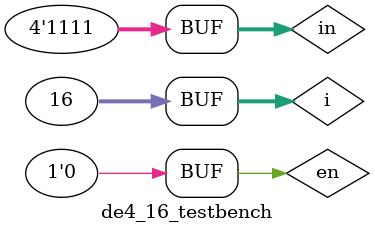
<source format=sv>
`timescale 1ns/10ps
module de4_16(in, en, out);

    input   logic [3:0] in;
    input   logic       en;
    output  logic [15:0] out;

    logic   [3:0] ctrl_out;

    de2_4 decoder_ctrl (.in(in[3:2]), .en, .out(ctrl_out));
    de2_4 decoder0 (.in(in[1:0]), .en(ctrl_out[0]), .out(out[3:0]));
    de2_4 decoder1 (.in(in[1:0]), .en(ctrl_out[1]), .out(out[7:4]));
    de2_4 decoder2 (.in(in[1:0]), .en(ctrl_out[2]), .out(out[11:8]));
    de2_4 decoder3 (.in(in[1:0]), .en(ctrl_out[3]), .out(out[15:12]));

endmodule

module de4_16_testbench();

    logic [3:0] in;
    logic       en;
    logic [15:0] out;

    de4_16 dut (.in, .en, .out);

    integer i;
    initial begin
        in = 4'b0000; en = 0; #30;
        en = 1;
        for(i = 0; i < 16; i++) begin
            in = i; #15;
        end
        en = 0; #15;
        for(i = 0; i < 16; i++) begin
            in = i; #15;
        end
    end
endmodule
</source>
